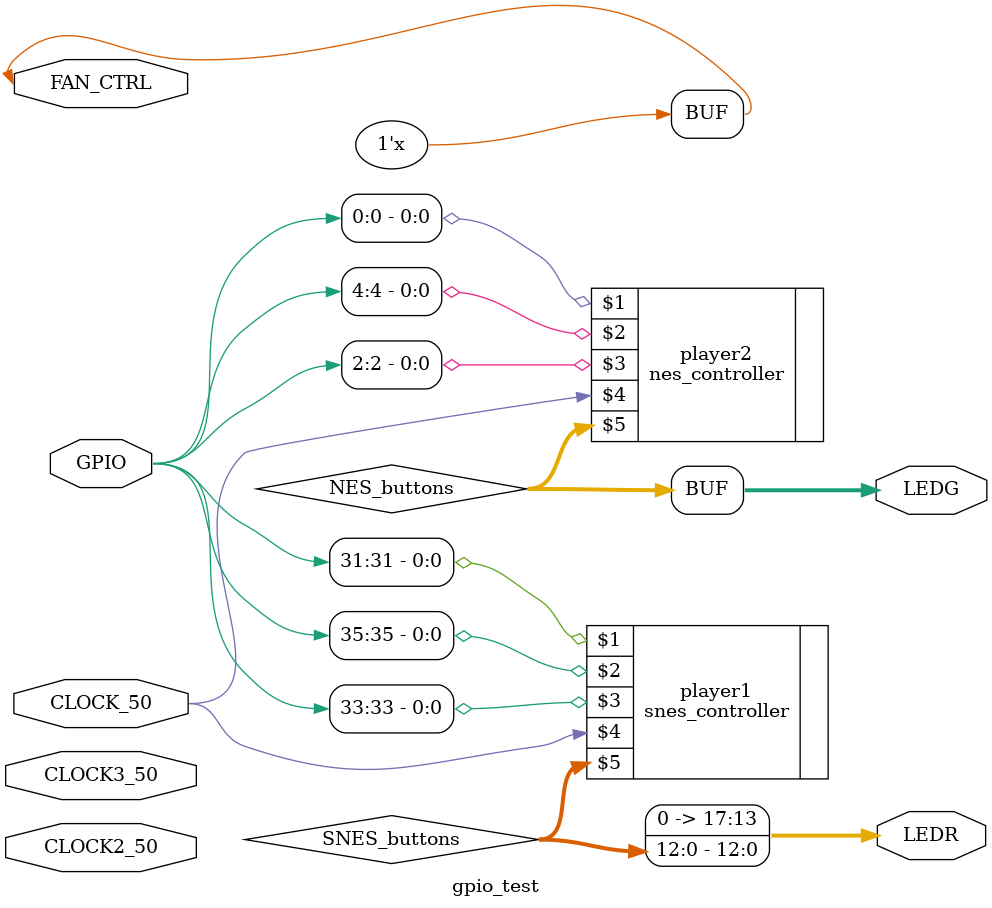
<source format=v>
/*
	Module:       GPIO_TEST
	Description:  Tests snes_controller and nes_controller modules
	Author:       Sergio M, Randy T, Omar T, Hector D, Kevin M
	Date:         8/11/14
*/

//=======================================================
//  This code is generated by Terasic System Builder
//=======================================================


module gpio_test(

	//////////// CLOCK //////////
	CLOCK_50, 	// BANK 4
	CLOCK2_50, 	// BANK 7
	CLOCK3_50, 	// BANK 3A

	//////////// LED (High Active) //////////
	LEDR,
	LEDG,

	//////////// GPIO, GPIO connect to GPIO Default //////////
	GPIO,

	//////////// Fan Control //////////
	FAN_CTRL 
);

//=======================================================
//  PARAMETER declarations
//=======================================================


//=======================================================
//  PORT declarations
//=======================================================

//////////// CLOCK //////////
input 		          		CLOCK_50;
input 		          		CLOCK2_50;
input 		          		CLOCK3_50;

//////////// LED (High Active) //////////
output		    [17:0]		LEDR;
output			 [7:0]		LEDG;

//////////// GPIO, GPIO connect to GPIO Default //////////
inout 		    [35:0]		GPIO;

//////////// Fan Control //////////
inout 		          		FAN_CTRL;

//=======================================================
//  REG/WIRE declarations
//=======================================================
wire [12:0] SNES_buttons;      // Holds the buttons for SNES Controller
wire [7:0]  NES_buttons;       // Holds the buttons for NES Controller

//=======================================================
//  Structural coding
//=======================================================

	//////////// FAN Control //////////
assign FAN_CTRL = 1'bz; // turn on FAN
assign LEDR     = SNES_buttons;
assign LEDG 	 = NES_buttons;

//SNES controller outputs to the LEDR
snes_controller player1( GPIO[31],   	// Latch
								 GPIO[35],   	// Data
								 GPIO[33],   	// Pulse
								 CLOCK_50,  	// CLOCK
								 SNES_buttons  // snes buttons
								);
								
//NES controller outputs to the LEDG
 nes_controller player2( GPIO[0],   	// Latch
								 GPIO[4],   	// Data
								 GPIO[2],   	// Pulse
								 CLOCK_50,  	// CLOCK
								 NES_buttons   // nes buttons
								);

endmodule

</source>
